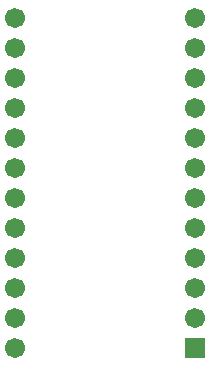
<source format=gts>
%FSLAX23Y23*%
%MOIN*%
G70*
G01*
G75*
G04 Layer_Color=8388736*
%ADD10C,0.059*%
%ADD11R,0.059X0.059*%
%ADD12C,0.024*%
%ADD13C,0.008*%
%ADD14C,0.067*%
%ADD15R,0.067X0.067*%
D14*
X660Y1075D02*
D03*
Y1175D02*
D03*
X60Y1075D02*
D03*
Y975D02*
D03*
Y1175D02*
D03*
X660Y975D02*
D03*
Y875D02*
D03*
Y675D02*
D03*
Y575D02*
D03*
Y775D02*
D03*
Y175D02*
D03*
Y275D02*
D03*
Y375D02*
D03*
Y475D02*
D03*
X60Y675D02*
D03*
Y875D02*
D03*
Y775D02*
D03*
Y575D02*
D03*
Y475D02*
D03*
Y375D02*
D03*
Y275D02*
D03*
Y175D02*
D03*
Y75D02*
D03*
D15*
X660D02*
D03*
M02*

</source>
